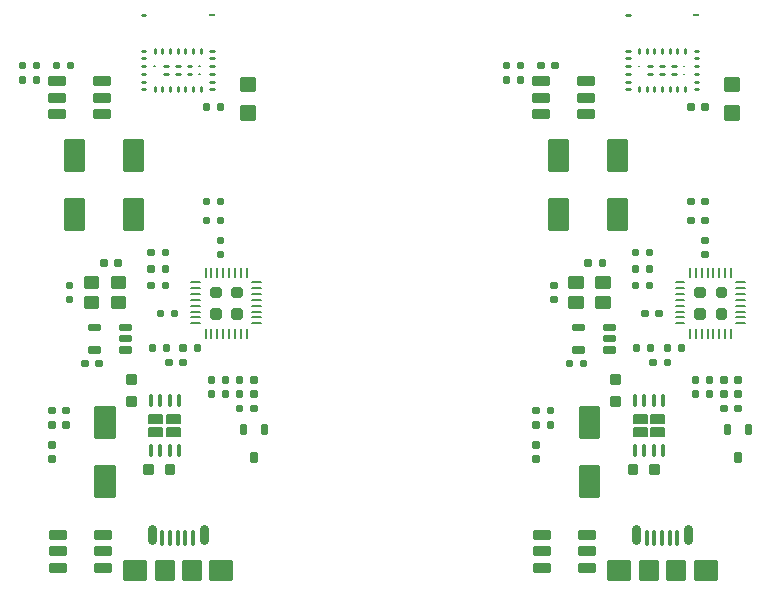
<source format=gtp>
G75*
%MOIN*%
%OFA0B0*%
%FSLAX25Y25*%
%IPPOS*%
%LPD*%
%AMOC8*
5,1,8,0,0,1.08239X$1,22.5*
%
%ADD10R,0.02165X0.00984*%
%ADD11C,0.00984*%
%ADD12C,0.00787*%
%ADD13R,0.03937X0.03937*%
%ADD14C,0.01575*%
%ADD15R,0.01181X0.01181*%
%ADD16R,0.05512X0.09449*%
%ADD17R,0.02362X0.02362*%
%ADD18R,0.04331X0.01575*%
%ADD19R,0.04331X0.01772*%
%ADD20R,0.03937X0.03150*%
%ADD21C,0.02362*%
%ADD22C,0.03150*%
%ADD23C,0.01181*%
%ADD24R,0.06693X0.05906*%
%ADD25R,0.05512X0.05906*%
%ADD26R,0.04331X0.02756*%
D10*
X0146847Y0282654D03*
X0308264Y0282654D03*
D11*
X0308855Y0270843D02*
X0307674Y0270843D01*
X0307674Y0268283D02*
X0308855Y0268283D01*
X0308855Y0265724D02*
X0307674Y0265724D01*
X0307674Y0263165D02*
X0308855Y0263165D01*
X0308855Y0260606D02*
X0307674Y0260606D01*
X0307674Y0258047D02*
X0308855Y0258047D01*
X0304524Y0257555D02*
X0304524Y0258736D01*
X0301965Y0258736D02*
X0301965Y0257555D01*
X0299406Y0257555D02*
X0299406Y0258736D01*
X0296847Y0258736D02*
X0296847Y0257555D01*
X0294288Y0257555D02*
X0294288Y0258736D01*
X0291729Y0258736D02*
X0291729Y0257555D01*
X0289170Y0257555D02*
X0289170Y0258736D01*
X0286020Y0258047D02*
X0284839Y0258047D01*
X0284839Y0260606D02*
X0286020Y0260606D01*
X0286020Y0263165D02*
X0284839Y0263165D01*
X0284839Y0265724D02*
X0286020Y0265724D01*
X0286020Y0268283D02*
X0284839Y0268283D01*
X0284839Y0270843D02*
X0286020Y0270843D01*
X0289170Y0271335D02*
X0289170Y0270154D01*
X0291729Y0270154D02*
X0291729Y0271335D01*
X0294288Y0271335D02*
X0294288Y0270154D01*
X0296847Y0270154D02*
X0296847Y0271335D01*
X0299406Y0271335D02*
X0299406Y0270154D01*
X0301965Y0270154D02*
X0301965Y0271335D01*
X0304524Y0271335D02*
X0304524Y0270154D01*
X0301375Y0265724D02*
X0300194Y0265724D01*
X0300194Y0263165D02*
X0301375Y0263165D01*
X0297438Y0263165D02*
X0296257Y0263165D01*
X0296257Y0265724D02*
X0297438Y0265724D01*
X0293501Y0265724D02*
X0292320Y0265724D01*
X0292320Y0263165D02*
X0293501Y0263165D01*
X0286020Y0282654D02*
X0284839Y0282654D01*
X0147438Y0270843D02*
X0146257Y0270843D01*
X0146257Y0268283D02*
X0147438Y0268283D01*
X0147438Y0265724D02*
X0146257Y0265724D01*
X0146257Y0263165D02*
X0147438Y0263165D01*
X0147438Y0260606D02*
X0146257Y0260606D01*
X0146257Y0258047D02*
X0147438Y0258047D01*
X0143107Y0257555D02*
X0143107Y0258736D01*
X0140548Y0258736D02*
X0140548Y0257555D01*
X0137989Y0257555D02*
X0137989Y0258736D01*
X0135430Y0258736D02*
X0135430Y0257555D01*
X0132871Y0257555D02*
X0132871Y0258736D01*
X0130312Y0258736D02*
X0130312Y0257555D01*
X0127753Y0257555D02*
X0127753Y0258736D01*
X0124603Y0258047D02*
X0123422Y0258047D01*
X0123422Y0260606D02*
X0124603Y0260606D01*
X0124603Y0263165D02*
X0123422Y0263165D01*
X0123422Y0265724D02*
X0124603Y0265724D01*
X0124603Y0268283D02*
X0123422Y0268283D01*
X0123422Y0270843D02*
X0124603Y0270843D01*
X0127753Y0271335D02*
X0127753Y0270154D01*
X0130312Y0270154D02*
X0130312Y0271335D01*
X0132871Y0271335D02*
X0132871Y0270154D01*
X0135430Y0270154D02*
X0135430Y0271335D01*
X0137989Y0271335D02*
X0137989Y0270154D01*
X0140548Y0270154D02*
X0140548Y0271335D01*
X0143107Y0271335D02*
X0143107Y0270154D01*
X0139957Y0265724D02*
X0138776Y0265724D01*
X0138776Y0263165D02*
X0139957Y0263165D01*
X0136020Y0263165D02*
X0134839Y0263165D01*
X0134839Y0265724D02*
X0136020Y0265724D01*
X0132083Y0265724D02*
X0130902Y0265724D01*
X0130902Y0263165D02*
X0132083Y0263165D01*
X0124603Y0282654D02*
X0123422Y0282654D01*
D12*
X0127654Y0265823D02*
X0127654Y0265626D01*
X0127851Y0265626D01*
X0127851Y0265823D01*
X0127654Y0265823D01*
X0142615Y0265823D02*
X0142615Y0265626D01*
X0142812Y0265626D01*
X0142812Y0265823D01*
X0142615Y0265823D01*
X0142615Y0263264D02*
X0142615Y0263067D01*
X0142812Y0263067D01*
X0142812Y0263264D01*
X0142615Y0263264D01*
X0144682Y0198500D02*
X0144682Y0195547D01*
X0146650Y0195547D02*
X0146650Y0198500D01*
X0148619Y0198500D02*
X0148619Y0195547D01*
X0150587Y0195547D02*
X0150587Y0198500D01*
X0152556Y0198500D02*
X0152556Y0195547D01*
X0154524Y0195547D02*
X0154524Y0198500D01*
X0156493Y0198500D02*
X0156493Y0195547D01*
X0158461Y0195547D02*
X0158461Y0198500D01*
X0160233Y0193776D02*
X0163186Y0193776D01*
X0163186Y0191807D02*
X0160233Y0191807D01*
X0160233Y0189839D02*
X0163186Y0189839D01*
X0163186Y0187870D02*
X0160233Y0187870D01*
X0160233Y0185902D02*
X0163186Y0185902D01*
X0163186Y0183933D02*
X0160233Y0183933D01*
X0160233Y0181965D02*
X0163186Y0181965D01*
X0163186Y0179996D02*
X0160233Y0179996D01*
X0158461Y0178224D02*
X0158461Y0175272D01*
X0156493Y0175272D02*
X0156493Y0178224D01*
X0154524Y0178224D02*
X0154524Y0175272D01*
X0152556Y0175272D02*
X0152556Y0178224D01*
X0150587Y0178224D02*
X0150587Y0175272D01*
X0148619Y0175272D02*
X0148619Y0178224D01*
X0146650Y0178224D02*
X0146650Y0175272D01*
X0144682Y0175272D02*
X0144682Y0178224D01*
X0142910Y0179996D02*
X0139957Y0179996D01*
X0139957Y0181965D02*
X0142910Y0181965D01*
X0142910Y0183933D02*
X0139957Y0183933D01*
X0139957Y0185902D02*
X0142910Y0185902D01*
X0142910Y0187870D02*
X0139957Y0187870D01*
X0139957Y0189839D02*
X0142910Y0189839D01*
X0142910Y0191807D02*
X0139957Y0191807D01*
X0139957Y0193776D02*
X0142910Y0193776D01*
X0136217Y0149484D02*
X0131886Y0149484D01*
X0131886Y0146728D01*
X0136217Y0146728D01*
X0136217Y0149484D01*
X0136217Y0145154D02*
X0131886Y0145154D01*
X0131886Y0142398D01*
X0136217Y0142398D01*
X0136217Y0145154D01*
X0130312Y0145154D02*
X0130312Y0142398D01*
X0125981Y0142398D01*
X0125981Y0145154D01*
X0130312Y0145154D01*
X0130312Y0146728D02*
X0125981Y0146728D01*
X0125981Y0149484D01*
X0130312Y0149484D01*
X0130312Y0146728D01*
X0287398Y0146728D02*
X0287398Y0149484D01*
X0291729Y0149484D01*
X0291729Y0146728D01*
X0287398Y0146728D01*
X0287398Y0145154D02*
X0287398Y0142398D01*
X0291729Y0142398D01*
X0291729Y0145154D01*
X0287398Y0145154D01*
X0293304Y0145154D02*
X0293304Y0142398D01*
X0297635Y0142398D01*
X0297635Y0145154D01*
X0293304Y0145154D01*
X0293304Y0146728D02*
X0293304Y0149484D01*
X0297635Y0149484D01*
X0297635Y0146728D01*
X0293304Y0146728D01*
X0306099Y0175272D02*
X0306099Y0178224D01*
X0308068Y0178224D02*
X0308068Y0175272D01*
X0310036Y0175272D02*
X0310036Y0178224D01*
X0312005Y0178224D02*
X0312005Y0175272D01*
X0313973Y0175272D02*
X0313973Y0178224D01*
X0315942Y0178224D02*
X0315942Y0175272D01*
X0317910Y0175272D02*
X0317910Y0178224D01*
X0319879Y0178224D02*
X0319879Y0175272D01*
X0321650Y0179996D02*
X0324603Y0179996D01*
X0324603Y0181965D02*
X0321650Y0181965D01*
X0321650Y0183933D02*
X0324603Y0183933D01*
X0324603Y0185902D02*
X0321650Y0185902D01*
X0321650Y0187870D02*
X0324603Y0187870D01*
X0324603Y0189839D02*
X0321650Y0189839D01*
X0321650Y0191807D02*
X0324603Y0191807D01*
X0324603Y0193776D02*
X0321650Y0193776D01*
X0319879Y0195547D02*
X0319879Y0198500D01*
X0317910Y0198500D02*
X0317910Y0195547D01*
X0315942Y0195547D02*
X0315942Y0198500D01*
X0313973Y0198500D02*
X0313973Y0195547D01*
X0312005Y0195547D02*
X0312005Y0198500D01*
X0310036Y0198500D02*
X0310036Y0195547D01*
X0308068Y0195547D02*
X0308068Y0198500D01*
X0306099Y0198500D02*
X0306099Y0195547D01*
X0304327Y0193776D02*
X0301375Y0193776D01*
X0301375Y0191807D02*
X0304327Y0191807D01*
X0304327Y0189839D02*
X0301375Y0189839D01*
X0301375Y0187870D02*
X0304327Y0187870D01*
X0304327Y0185902D02*
X0301375Y0185902D01*
X0301375Y0183933D02*
X0304327Y0183933D01*
X0304327Y0181965D02*
X0301375Y0181965D01*
X0301375Y0179996D02*
X0304327Y0179996D01*
X0304229Y0263067D02*
X0304032Y0263067D01*
X0304032Y0263264D01*
X0304229Y0263264D01*
X0304229Y0263067D01*
X0304229Y0265626D02*
X0304032Y0265626D01*
X0304032Y0265823D01*
X0304229Y0265823D01*
X0304229Y0265626D01*
X0289268Y0265626D02*
X0289072Y0265626D01*
X0289072Y0265823D01*
X0289268Y0265823D01*
X0289268Y0265626D01*
D13*
X0320075Y0259720D03*
X0320075Y0250272D03*
X0158658Y0250272D03*
X0158658Y0259720D03*
D14*
X0117910Y0100469D02*
X0117910Y0094957D01*
X0124209Y0094957D01*
X0124209Y0100469D01*
X0117910Y0100469D01*
X0112398Y0099484D02*
X0112398Y0097909D01*
X0108068Y0097909D01*
X0108068Y0099484D01*
X0112398Y0099484D01*
X0112398Y0103421D02*
X0108068Y0103421D01*
X0108068Y0104996D01*
X0112398Y0104996D01*
X0112398Y0103421D01*
X0112398Y0108933D02*
X0108068Y0108933D01*
X0108068Y0110508D01*
X0112398Y0110508D01*
X0112398Y0108933D01*
X0097438Y0108933D02*
X0093107Y0108933D01*
X0093107Y0110508D01*
X0097438Y0110508D01*
X0097438Y0108933D01*
X0097438Y0104996D02*
X0093107Y0104996D01*
X0093107Y0103421D01*
X0097438Y0103421D01*
X0097438Y0104996D01*
X0097438Y0099484D02*
X0093107Y0099484D01*
X0093107Y0097909D01*
X0097438Y0097909D01*
X0097438Y0099484D01*
X0108264Y0122713D02*
X0113776Y0122713D01*
X0113776Y0132161D01*
X0108264Y0132161D01*
X0108264Y0122713D01*
X0093698Y0134524D02*
X0092910Y0134524D01*
X0092910Y0135311D01*
X0093698Y0135311D01*
X0093698Y0134524D01*
X0093698Y0139248D02*
X0092910Y0139248D01*
X0092910Y0140035D01*
X0093698Y0140035D01*
X0093698Y0139248D01*
X0093698Y0145941D02*
X0092910Y0145941D01*
X0092910Y0146728D01*
X0093698Y0146728D01*
X0093698Y0145941D01*
X0097635Y0145941D02*
X0097635Y0146728D01*
X0098422Y0146728D01*
X0098422Y0145941D01*
X0097635Y0145941D01*
X0097635Y0150665D02*
X0097635Y0151453D01*
X0098422Y0151453D01*
X0098422Y0150665D01*
X0097635Y0150665D01*
X0093698Y0150665D02*
X0092910Y0150665D01*
X0092910Y0151453D01*
X0093698Y0151453D01*
X0093698Y0150665D01*
X0108264Y0151846D02*
X0108264Y0142398D01*
X0113776Y0142398D01*
X0113776Y0151846D01*
X0108264Y0151846D01*
X0118698Y0153224D02*
X0120666Y0153224D01*
X0120666Y0155193D01*
X0118698Y0155193D01*
X0118698Y0153224D01*
X0118698Y0160311D02*
X0120666Y0160311D01*
X0120666Y0162280D01*
X0118698Y0162280D01*
X0118698Y0160311D01*
X0109446Y0166413D02*
X0109446Y0167201D01*
X0108658Y0167201D01*
X0108658Y0166413D01*
X0109446Y0166413D01*
X0108855Y0170941D02*
X0108855Y0171728D01*
X0106099Y0171728D01*
X0106099Y0170941D01*
X0108855Y0170941D01*
X0104721Y0167201D02*
X0104721Y0166413D01*
X0103934Y0166413D01*
X0103934Y0167201D01*
X0104721Y0167201D01*
X0106099Y0178421D02*
X0106099Y0179209D01*
X0108855Y0179209D01*
X0108855Y0178421D01*
X0106099Y0178421D01*
X0104721Y0185705D02*
X0104721Y0188461D01*
X0108264Y0188461D01*
X0108264Y0185705D01*
X0104721Y0185705D01*
X0099603Y0187673D02*
X0098816Y0187673D01*
X0098816Y0188461D01*
X0099603Y0188461D01*
X0099603Y0187673D01*
X0099603Y0192398D02*
X0098816Y0192398D01*
X0098816Y0193185D01*
X0099603Y0193185D01*
X0099603Y0192398D01*
X0104721Y0192398D02*
X0104721Y0195154D01*
X0108264Y0195154D01*
X0108264Y0192398D01*
X0104721Y0192398D01*
X0113776Y0192398D02*
X0113776Y0195154D01*
X0117320Y0195154D01*
X0117320Y0192398D01*
X0113776Y0192398D01*
X0113776Y0188461D02*
X0117320Y0188461D01*
X0117320Y0185705D01*
X0113776Y0185705D01*
X0113776Y0188461D01*
X0116335Y0179209D02*
X0116335Y0178421D01*
X0119091Y0178421D01*
X0119091Y0179209D01*
X0116335Y0179209D01*
X0116335Y0175469D02*
X0116335Y0174681D01*
X0119091Y0174681D01*
X0119091Y0175469D01*
X0116335Y0175469D01*
X0116335Y0171728D02*
X0116335Y0170941D01*
X0119091Y0170941D01*
X0119091Y0171728D01*
X0116335Y0171728D01*
X0126375Y0171531D02*
X0126375Y0172319D01*
X0127162Y0172319D01*
X0127162Y0171531D01*
X0126375Y0171531D01*
X0131099Y0171531D02*
X0131099Y0172319D01*
X0131886Y0172319D01*
X0131886Y0171531D01*
X0131099Y0171531D01*
X0136611Y0171531D02*
X0136611Y0172319D01*
X0137398Y0172319D01*
X0137398Y0171531D01*
X0136611Y0171531D01*
X0136611Y0167594D02*
X0137398Y0167594D01*
X0137398Y0166807D01*
X0136611Y0166807D01*
X0136611Y0167594D01*
X0132674Y0167594D02*
X0132674Y0166807D01*
X0131886Y0166807D01*
X0131886Y0167594D01*
X0132674Y0167594D01*
X0141335Y0171531D02*
X0141335Y0172319D01*
X0142123Y0172319D01*
X0142123Y0171531D01*
X0141335Y0171531D01*
X0146060Y0161689D02*
X0146847Y0161689D01*
X0146847Y0160902D01*
X0146060Y0160902D01*
X0146060Y0161689D01*
X0150784Y0161689D02*
X0151572Y0161689D01*
X0151572Y0160902D01*
X0150784Y0160902D01*
X0150784Y0161689D01*
X0155509Y0161689D02*
X0156296Y0161689D01*
X0156296Y0160902D01*
X0155509Y0160902D01*
X0155509Y0161689D01*
X0160233Y0161689D02*
X0161020Y0161689D01*
X0161020Y0160902D01*
X0160233Y0160902D01*
X0160233Y0161689D01*
X0160233Y0156965D02*
X0161020Y0156965D01*
X0161020Y0156177D01*
X0160233Y0156177D01*
X0160233Y0156965D01*
X0156296Y0156965D02*
X0156296Y0156177D01*
X0155509Y0156177D01*
X0155509Y0156965D01*
X0156296Y0156965D01*
X0151572Y0156965D02*
X0151572Y0156177D01*
X0150784Y0156177D01*
X0150784Y0156965D01*
X0151572Y0156965D01*
X0146847Y0156965D02*
X0146060Y0156965D01*
X0146060Y0156177D01*
X0146847Y0156177D01*
X0146847Y0156965D01*
X0155509Y0152240D02*
X0156296Y0152240D01*
X0156296Y0151453D01*
X0155509Y0151453D01*
X0155509Y0152240D01*
X0160233Y0152240D02*
X0161020Y0152240D01*
X0161020Y0151453D01*
X0160233Y0151453D01*
X0160233Y0152240D01*
X0157477Y0145744D02*
X0157477Y0143776D01*
X0156690Y0143776D01*
X0156690Y0145744D01*
X0157477Y0145744D01*
X0163776Y0145744D02*
X0164564Y0145744D01*
X0164564Y0143776D01*
X0163776Y0143776D01*
X0163776Y0145744D01*
X0161020Y0136295D02*
X0161020Y0134327D01*
X0160233Y0134327D01*
X0160233Y0136295D01*
X0161020Y0136295D01*
X0133658Y0132358D02*
X0133658Y0130390D01*
X0131690Y0130390D01*
X0131690Y0132358D01*
X0133658Y0132358D01*
X0126572Y0132358D02*
X0126572Y0130390D01*
X0124603Y0130390D01*
X0124603Y0132358D01*
X0126572Y0132358D01*
X0128343Y0100469D02*
X0128343Y0094957D01*
X0133461Y0094957D01*
X0133461Y0100469D01*
X0128343Y0100469D01*
X0137398Y0100469D02*
X0137398Y0094957D01*
X0142516Y0094957D01*
X0142516Y0100469D01*
X0137398Y0100469D01*
X0146650Y0100469D02*
X0146650Y0094957D01*
X0152949Y0094957D01*
X0152949Y0100469D01*
X0146650Y0100469D01*
X0134642Y0182949D02*
X0134642Y0183736D01*
X0133855Y0183736D01*
X0133855Y0182949D01*
X0134642Y0182949D01*
X0129918Y0182949D02*
X0129918Y0183736D01*
X0129131Y0183736D01*
X0129131Y0182949D01*
X0129918Y0182949D01*
X0130705Y0192398D02*
X0130705Y0193185D01*
X0131493Y0193185D01*
X0131493Y0192398D01*
X0130705Y0192398D01*
X0126768Y0192398D02*
X0126768Y0193185D01*
X0125981Y0193185D01*
X0125981Y0192398D01*
X0126768Y0192398D01*
X0126768Y0197909D02*
X0126768Y0198697D01*
X0125981Y0198697D01*
X0125981Y0197909D01*
X0126768Y0197909D01*
X0130705Y0197909D02*
X0130705Y0198697D01*
X0131493Y0198697D01*
X0131493Y0197909D01*
X0130705Y0197909D01*
X0130705Y0203421D02*
X0130705Y0204209D01*
X0131493Y0204209D01*
X0131493Y0203421D01*
X0130705Y0203421D01*
X0126768Y0203421D02*
X0126768Y0204209D01*
X0125981Y0204209D01*
X0125981Y0203421D01*
X0126768Y0203421D01*
X0115745Y0200665D02*
X0115745Y0199878D01*
X0114957Y0199878D01*
X0114957Y0200665D01*
X0115745Y0200665D01*
X0111020Y0200665D02*
X0111020Y0199878D01*
X0110233Y0199878D01*
X0110233Y0200665D01*
X0111020Y0200665D01*
X0117713Y0211689D02*
X0117713Y0221138D01*
X0123225Y0221138D01*
X0123225Y0211689D01*
X0117713Y0211689D01*
X0103540Y0211689D02*
X0098028Y0211689D01*
X0098028Y0221138D01*
X0103540Y0221138D01*
X0103540Y0211689D01*
X0103540Y0231374D02*
X0098028Y0231374D01*
X0098028Y0240823D01*
X0103540Y0240823D01*
X0103540Y0231374D01*
X0117713Y0231374D02*
X0117713Y0240823D01*
X0123225Y0240823D01*
X0123225Y0231374D01*
X0117713Y0231374D01*
X0112005Y0249091D02*
X0107674Y0249091D01*
X0107674Y0250665D01*
X0112005Y0250665D01*
X0112005Y0249091D01*
X0112005Y0254602D02*
X0107674Y0254602D01*
X0107674Y0256177D01*
X0112005Y0256177D01*
X0112005Y0254602D01*
X0112005Y0260114D02*
X0107674Y0260114D01*
X0107674Y0261689D01*
X0112005Y0261689D01*
X0112005Y0260114D01*
X0099997Y0265626D02*
X0099997Y0266413D01*
X0099209Y0266413D01*
X0099209Y0265626D01*
X0099997Y0265626D01*
X0095272Y0265626D02*
X0095272Y0266413D01*
X0094485Y0266413D01*
X0094485Y0265626D01*
X0095272Y0265626D01*
X0097044Y0261689D02*
X0097044Y0260114D01*
X0092713Y0260114D01*
X0092713Y0261689D01*
X0097044Y0261689D01*
X0088579Y0261689D02*
X0088579Y0260902D01*
X0087792Y0260902D01*
X0087792Y0261689D01*
X0088579Y0261689D01*
X0088579Y0265626D02*
X0087792Y0265626D01*
X0087792Y0266413D01*
X0088579Y0266413D01*
X0088579Y0265626D01*
X0083855Y0265626D02*
X0083855Y0266413D01*
X0083068Y0266413D01*
X0083068Y0265626D01*
X0083855Y0265626D01*
X0083855Y0261689D02*
X0083855Y0260902D01*
X0083068Y0260902D01*
X0083068Y0261689D01*
X0083855Y0261689D01*
X0092713Y0256177D02*
X0092713Y0254602D01*
X0097044Y0254602D01*
X0097044Y0256177D01*
X0092713Y0256177D01*
X0092713Y0250665D02*
X0092713Y0249091D01*
X0097044Y0249091D01*
X0097044Y0250665D01*
X0092713Y0250665D01*
X0144485Y0251846D02*
X0144485Y0252634D01*
X0145272Y0252634D01*
X0145272Y0251846D01*
X0144485Y0251846D01*
X0149209Y0251846D02*
X0149209Y0252634D01*
X0149997Y0252634D01*
X0149997Y0251846D01*
X0149209Y0251846D01*
X0156886Y0252043D02*
X0156886Y0248500D01*
X0160430Y0248500D01*
X0160430Y0252043D01*
X0156886Y0252043D01*
X0156886Y0257949D02*
X0160430Y0257949D01*
X0160430Y0261492D01*
X0156886Y0261492D01*
X0156886Y0257949D01*
X0149997Y0221138D02*
X0149997Y0220350D01*
X0149209Y0220350D01*
X0149209Y0221138D01*
X0149997Y0221138D01*
X0145272Y0221138D02*
X0145272Y0220350D01*
X0144485Y0220350D01*
X0144485Y0221138D01*
X0145272Y0221138D01*
X0145272Y0214839D02*
X0145272Y0214051D01*
X0144485Y0214051D01*
X0144485Y0214839D01*
X0145272Y0214839D01*
X0149209Y0214839D02*
X0149209Y0214051D01*
X0149997Y0214051D01*
X0149997Y0214839D01*
X0149209Y0214839D01*
X0149209Y0208146D02*
X0149997Y0208146D01*
X0149997Y0207358D01*
X0149209Y0207358D01*
X0149209Y0208146D01*
X0149209Y0203421D02*
X0149997Y0203421D01*
X0149997Y0202634D01*
X0149209Y0202634D01*
X0149209Y0203421D01*
X0244485Y0260902D02*
X0244485Y0261689D01*
X0245272Y0261689D01*
X0245272Y0260902D01*
X0244485Y0260902D01*
X0244485Y0265626D02*
X0244485Y0266413D01*
X0245272Y0266413D01*
X0245272Y0265626D01*
X0244485Y0265626D01*
X0249209Y0265626D02*
X0249209Y0266413D01*
X0249997Y0266413D01*
X0249997Y0265626D01*
X0249209Y0265626D01*
X0249209Y0261689D02*
X0249997Y0261689D01*
X0249997Y0260902D01*
X0249209Y0260902D01*
X0249209Y0261689D01*
X0254131Y0261689D02*
X0254131Y0260114D01*
X0258461Y0260114D01*
X0258461Y0261689D01*
X0254131Y0261689D01*
X0255902Y0265626D02*
X0255902Y0266413D01*
X0256690Y0266413D01*
X0256690Y0265626D01*
X0255902Y0265626D01*
X0260627Y0265626D02*
X0260627Y0266413D01*
X0261414Y0266413D01*
X0261414Y0265626D01*
X0260627Y0265626D01*
X0269091Y0261689D02*
X0269091Y0260114D01*
X0273422Y0260114D01*
X0273422Y0261689D01*
X0269091Y0261689D01*
X0269091Y0256177D02*
X0269091Y0254602D01*
X0273422Y0254602D01*
X0273422Y0256177D01*
X0269091Y0256177D01*
X0269091Y0250665D02*
X0269091Y0249091D01*
X0273422Y0249091D01*
X0273422Y0250665D01*
X0269091Y0250665D01*
X0258461Y0250665D02*
X0258461Y0249091D01*
X0254131Y0249091D01*
X0254131Y0250665D01*
X0258461Y0250665D01*
X0258461Y0254602D02*
X0254131Y0254602D01*
X0254131Y0256177D01*
X0258461Y0256177D01*
X0258461Y0254602D01*
X0259446Y0240823D02*
X0264957Y0240823D01*
X0264957Y0231374D01*
X0259446Y0231374D01*
X0259446Y0240823D01*
X0279131Y0240823D02*
X0279131Y0231374D01*
X0284642Y0231374D01*
X0284642Y0240823D01*
X0279131Y0240823D01*
X0279131Y0221138D02*
X0284642Y0221138D01*
X0284642Y0211689D01*
X0279131Y0211689D01*
X0279131Y0221138D01*
X0264957Y0221138D02*
X0264957Y0211689D01*
X0259446Y0211689D01*
X0259446Y0221138D01*
X0264957Y0221138D01*
X0271650Y0200665D02*
X0272438Y0200665D01*
X0272438Y0199878D01*
X0271650Y0199878D01*
X0271650Y0200665D01*
X0276375Y0200665D02*
X0276375Y0199878D01*
X0277162Y0199878D01*
X0277162Y0200665D01*
X0276375Y0200665D01*
X0275194Y0195154D02*
X0278737Y0195154D01*
X0278737Y0192398D01*
X0275194Y0192398D01*
X0275194Y0195154D01*
X0269682Y0195154D02*
X0269682Y0192398D01*
X0266138Y0192398D01*
X0266138Y0195154D01*
X0269682Y0195154D01*
X0269682Y0188461D02*
X0266138Y0188461D01*
X0266138Y0185705D01*
X0269682Y0185705D01*
X0269682Y0188461D01*
X0275194Y0188461D02*
X0275194Y0185705D01*
X0278737Y0185705D01*
X0278737Y0188461D01*
X0275194Y0188461D01*
X0277753Y0179209D02*
X0277753Y0178421D01*
X0280509Y0178421D01*
X0280509Y0179209D01*
X0277753Y0179209D01*
X0277753Y0175469D02*
X0277753Y0174681D01*
X0280509Y0174681D01*
X0280509Y0175469D01*
X0277753Y0175469D01*
X0277753Y0171728D02*
X0277753Y0170941D01*
X0280509Y0170941D01*
X0280509Y0171728D01*
X0277753Y0171728D01*
X0270272Y0171728D02*
X0270272Y0170941D01*
X0267516Y0170941D01*
X0267516Y0171728D01*
X0270272Y0171728D01*
X0270272Y0178421D02*
X0267516Y0178421D01*
X0267516Y0179209D01*
X0270272Y0179209D01*
X0270272Y0178421D01*
X0270075Y0167201D02*
X0270863Y0167201D01*
X0270863Y0166413D01*
X0270075Y0166413D01*
X0270075Y0167201D01*
X0266138Y0167201D02*
X0266138Y0166413D01*
X0265351Y0166413D01*
X0265351Y0167201D01*
X0266138Y0167201D01*
X0280115Y0162280D02*
X0280115Y0160311D01*
X0282083Y0160311D01*
X0282083Y0162280D01*
X0280115Y0162280D01*
X0280115Y0155193D02*
X0282083Y0155193D01*
X0282083Y0153224D01*
X0280115Y0153224D01*
X0280115Y0155193D01*
X0275194Y0151846D02*
X0275194Y0142398D01*
X0269682Y0142398D01*
X0269682Y0151846D01*
X0275194Y0151846D01*
X0259839Y0151453D02*
X0259052Y0151453D01*
X0259052Y0150665D01*
X0259839Y0150665D01*
X0259839Y0151453D01*
X0255115Y0151453D02*
X0254327Y0151453D01*
X0254327Y0150665D01*
X0255115Y0150665D01*
X0255115Y0151453D01*
X0255115Y0146728D02*
X0254327Y0146728D01*
X0254327Y0145941D01*
X0255115Y0145941D01*
X0255115Y0146728D01*
X0259052Y0146728D02*
X0259052Y0145941D01*
X0259839Y0145941D01*
X0259839Y0146728D01*
X0259052Y0146728D01*
X0255115Y0140035D02*
X0254327Y0140035D01*
X0254327Y0139248D01*
X0255115Y0139248D01*
X0255115Y0140035D01*
X0255115Y0135311D02*
X0254327Y0135311D01*
X0254327Y0134524D01*
X0255115Y0134524D01*
X0255115Y0135311D01*
X0269682Y0132161D02*
X0269682Y0122713D01*
X0275194Y0122713D01*
X0275194Y0132161D01*
X0269682Y0132161D01*
X0286020Y0132358D02*
X0286020Y0130390D01*
X0287989Y0130390D01*
X0287989Y0132358D01*
X0286020Y0132358D01*
X0293107Y0132358D02*
X0293107Y0130390D01*
X0295075Y0130390D01*
X0295075Y0132358D01*
X0293107Y0132358D01*
X0316926Y0151453D02*
X0316926Y0152240D01*
X0317713Y0152240D01*
X0317713Y0151453D01*
X0316926Y0151453D01*
X0316926Y0156177D02*
X0317713Y0156177D01*
X0317713Y0156965D01*
X0316926Y0156965D01*
X0316926Y0156177D01*
X0312989Y0156177D02*
X0312201Y0156177D01*
X0312201Y0156965D01*
X0312989Y0156965D01*
X0312989Y0156177D01*
X0308264Y0156177D02*
X0307477Y0156177D01*
X0307477Y0156965D01*
X0308264Y0156965D01*
X0308264Y0156177D01*
X0308264Y0160902D02*
X0307477Y0160902D01*
X0307477Y0161689D01*
X0308264Y0161689D01*
X0308264Y0160902D01*
X0312201Y0160902D02*
X0312989Y0160902D01*
X0312989Y0161689D01*
X0312201Y0161689D01*
X0312201Y0160902D01*
X0316926Y0160902D02*
X0317713Y0160902D01*
X0317713Y0161689D01*
X0316926Y0161689D01*
X0316926Y0160902D01*
X0321650Y0160902D02*
X0322438Y0160902D01*
X0322438Y0161689D01*
X0321650Y0161689D01*
X0321650Y0160902D01*
X0321650Y0156965D02*
X0322438Y0156965D01*
X0322438Y0156177D01*
X0321650Y0156177D01*
X0321650Y0156965D01*
X0321650Y0152240D02*
X0322438Y0152240D01*
X0322438Y0151453D01*
X0321650Y0151453D01*
X0321650Y0152240D01*
X0318894Y0145744D02*
X0318894Y0143776D01*
X0318107Y0143776D01*
X0318107Y0145744D01*
X0318894Y0145744D01*
X0325194Y0145744D02*
X0325981Y0145744D01*
X0325981Y0143776D01*
X0325194Y0143776D01*
X0325194Y0145744D01*
X0322438Y0136295D02*
X0321650Y0136295D01*
X0321650Y0134327D01*
X0322438Y0134327D01*
X0322438Y0136295D01*
X0298816Y0166807D02*
X0298816Y0167594D01*
X0298028Y0167594D01*
X0298028Y0166807D01*
X0298816Y0166807D01*
X0294091Y0166807D02*
X0294091Y0167594D01*
X0293304Y0167594D01*
X0293304Y0166807D01*
X0294091Y0166807D01*
X0293304Y0171531D02*
X0293304Y0172319D01*
X0292516Y0172319D01*
X0292516Y0171531D01*
X0293304Y0171531D01*
X0298028Y0171531D02*
X0298028Y0172319D01*
X0298816Y0172319D01*
X0298816Y0171531D01*
X0298028Y0171531D01*
X0302753Y0171531D02*
X0302753Y0172319D01*
X0303540Y0172319D01*
X0303540Y0171531D01*
X0302753Y0171531D01*
X0296060Y0182949D02*
X0295272Y0182949D01*
X0295272Y0183736D01*
X0296060Y0183736D01*
X0296060Y0182949D01*
X0291335Y0182949D02*
X0291335Y0183736D01*
X0290548Y0183736D01*
X0290548Y0182949D01*
X0291335Y0182949D01*
X0292123Y0192398D02*
X0292123Y0193185D01*
X0292910Y0193185D01*
X0292910Y0192398D01*
X0292123Y0192398D01*
X0288186Y0192398D02*
X0288186Y0193185D01*
X0287398Y0193185D01*
X0287398Y0192398D01*
X0288186Y0192398D01*
X0288186Y0197909D02*
X0288186Y0198697D01*
X0287398Y0198697D01*
X0287398Y0197909D01*
X0288186Y0197909D01*
X0292123Y0197909D02*
X0292123Y0198697D01*
X0292910Y0198697D01*
X0292910Y0197909D01*
X0292123Y0197909D01*
X0292123Y0203421D02*
X0292123Y0204209D01*
X0292910Y0204209D01*
X0292910Y0203421D01*
X0292123Y0203421D01*
X0288186Y0203421D02*
X0288186Y0204209D01*
X0287398Y0204209D01*
X0287398Y0203421D01*
X0288186Y0203421D01*
X0305902Y0214051D02*
X0305902Y0214839D01*
X0306690Y0214839D01*
X0306690Y0214051D01*
X0305902Y0214051D01*
X0310627Y0214051D02*
X0310627Y0214839D01*
X0311414Y0214839D01*
X0311414Y0214051D01*
X0310627Y0214051D01*
X0310627Y0208146D02*
X0311414Y0208146D01*
X0311414Y0207358D01*
X0310627Y0207358D01*
X0310627Y0208146D01*
X0310627Y0203421D02*
X0311414Y0203421D01*
X0311414Y0202634D01*
X0310627Y0202634D01*
X0310627Y0203421D01*
X0310627Y0220350D02*
X0310627Y0221138D01*
X0311414Y0221138D01*
X0311414Y0220350D01*
X0310627Y0220350D01*
X0306690Y0220350D02*
X0306690Y0221138D01*
X0305902Y0221138D01*
X0305902Y0220350D01*
X0306690Y0220350D01*
X0318304Y0248500D02*
X0321847Y0248500D01*
X0321847Y0252043D01*
X0318304Y0252043D01*
X0318304Y0248500D01*
X0311414Y0251846D02*
X0310627Y0251846D01*
X0310627Y0252634D01*
X0311414Y0252634D01*
X0311414Y0251846D01*
X0306690Y0251846D02*
X0305902Y0251846D01*
X0305902Y0252634D01*
X0306690Y0252634D01*
X0306690Y0251846D01*
X0318304Y0257949D02*
X0318304Y0261492D01*
X0321847Y0261492D01*
X0321847Y0257949D01*
X0318304Y0257949D01*
X0261020Y0193185D02*
X0260233Y0193185D01*
X0260233Y0192398D01*
X0261020Y0192398D01*
X0261020Y0193185D01*
X0261020Y0188461D02*
X0260233Y0188461D01*
X0260233Y0187673D01*
X0261020Y0187673D01*
X0261020Y0188461D01*
X0287792Y0172319D02*
X0288579Y0172319D01*
X0288579Y0171531D01*
X0287792Y0171531D01*
X0287792Y0172319D01*
X0273816Y0110508D02*
X0269485Y0110508D01*
X0269485Y0108933D01*
X0273816Y0108933D01*
X0273816Y0110508D01*
X0273816Y0104996D02*
X0269485Y0104996D01*
X0269485Y0103421D01*
X0273816Y0103421D01*
X0273816Y0104996D01*
X0279327Y0100469D02*
X0279327Y0094957D01*
X0285627Y0094957D01*
X0285627Y0100469D01*
X0279327Y0100469D01*
X0273816Y0099484D02*
X0273816Y0097909D01*
X0269485Y0097909D01*
X0269485Y0099484D01*
X0273816Y0099484D01*
X0289760Y0100469D02*
X0289760Y0094957D01*
X0294879Y0094957D01*
X0294879Y0100469D01*
X0289760Y0100469D01*
X0298816Y0100469D02*
X0298816Y0094957D01*
X0303934Y0094957D01*
X0303934Y0100469D01*
X0298816Y0100469D01*
X0308068Y0100469D02*
X0308068Y0094957D01*
X0314367Y0094957D01*
X0314367Y0100469D01*
X0308068Y0100469D01*
X0258855Y0099484D02*
X0258855Y0097909D01*
X0254524Y0097909D01*
X0254524Y0099484D01*
X0258855Y0099484D01*
X0258855Y0103421D02*
X0254524Y0103421D01*
X0254524Y0104996D01*
X0258855Y0104996D01*
X0258855Y0103421D01*
X0258855Y0108933D02*
X0254524Y0108933D01*
X0254524Y0110508D01*
X0258855Y0110508D01*
X0258855Y0108933D01*
D15*
X0254721Y0134917D03*
X0254721Y0139642D03*
X0254721Y0146335D03*
X0259446Y0146335D03*
X0259446Y0151059D03*
X0254721Y0151059D03*
X0265745Y0166807D03*
X0270469Y0166807D03*
X0288186Y0171925D03*
X0292910Y0171925D03*
X0298422Y0171925D03*
X0303146Y0171925D03*
X0298422Y0167201D03*
X0293698Y0167201D03*
X0307871Y0161295D03*
X0312595Y0161295D03*
X0317320Y0161295D03*
X0322044Y0161295D03*
X0322044Y0156571D03*
X0317320Y0156571D03*
X0317320Y0151846D03*
X0322044Y0151846D03*
X0312595Y0156571D03*
X0307871Y0156571D03*
X0295666Y0183343D03*
X0290942Y0183343D03*
X0292516Y0192791D03*
X0287792Y0192791D03*
X0287792Y0198303D03*
X0292516Y0198303D03*
X0292516Y0203815D03*
X0287792Y0203815D03*
X0276768Y0200272D03*
X0272044Y0200272D03*
X0260627Y0192791D03*
X0260627Y0188067D03*
X0306296Y0214445D03*
X0311020Y0214445D03*
X0311020Y0220744D03*
X0306296Y0220744D03*
X0311020Y0207752D03*
X0311020Y0203028D03*
X0311020Y0252240D03*
X0306296Y0252240D03*
X0261020Y0266020D03*
X0256296Y0266020D03*
X0249603Y0266020D03*
X0244879Y0266020D03*
X0244879Y0261295D03*
X0249603Y0261295D03*
X0149603Y0252240D03*
X0144879Y0252240D03*
X0144879Y0220744D03*
X0149603Y0220744D03*
X0149603Y0214445D03*
X0144879Y0214445D03*
X0149603Y0207752D03*
X0149603Y0203028D03*
X0131099Y0203815D03*
X0126375Y0203815D03*
X0126375Y0198303D03*
X0131099Y0198303D03*
X0131099Y0192791D03*
X0126375Y0192791D03*
X0129524Y0183343D03*
X0134249Y0183343D03*
X0137005Y0171925D03*
X0141729Y0171925D03*
X0137005Y0167201D03*
X0132280Y0167201D03*
X0131493Y0171925D03*
X0126768Y0171925D03*
X0109052Y0166807D03*
X0104327Y0166807D03*
X0098028Y0151059D03*
X0093304Y0151059D03*
X0093304Y0146335D03*
X0098028Y0146335D03*
X0093304Y0139642D03*
X0093304Y0134917D03*
X0146453Y0156571D03*
X0151178Y0156571D03*
X0155902Y0156571D03*
X0155902Y0151846D03*
X0160627Y0151846D03*
X0160627Y0156571D03*
X0160627Y0161295D03*
X0155902Y0161295D03*
X0151178Y0161295D03*
X0146453Y0161295D03*
X0115351Y0200272D03*
X0110627Y0200272D03*
X0099209Y0192791D03*
X0099209Y0188067D03*
X0088186Y0261295D03*
X0088186Y0266020D03*
X0083461Y0266020D03*
X0083461Y0261295D03*
X0094879Y0266020D03*
X0099603Y0266020D03*
D16*
X0100784Y0236098D03*
X0120469Y0236098D03*
X0120469Y0216413D03*
X0100784Y0216413D03*
X0111020Y0147122D03*
X0111020Y0127437D03*
X0262201Y0216413D03*
X0281886Y0216413D03*
X0281886Y0236098D03*
X0262201Y0236098D03*
X0272438Y0147122D03*
X0272438Y0127437D03*
D17*
X0287005Y0131374D03*
X0294091Y0131374D03*
X0281099Y0154209D03*
X0281099Y0161295D03*
X0132674Y0131374D03*
X0125587Y0131374D03*
X0119682Y0154209D03*
X0119682Y0161295D03*
D18*
X0110233Y0109720D03*
X0110233Y0104209D03*
X0095272Y0104209D03*
X0095272Y0109720D03*
X0256690Y0109720D03*
X0256690Y0104209D03*
X0271650Y0104209D03*
X0271650Y0109720D03*
X0271257Y0255390D03*
X0271257Y0260902D03*
X0256296Y0260902D03*
X0256296Y0255390D03*
X0109839Y0255390D03*
X0109839Y0260902D03*
X0094879Y0260902D03*
X0094879Y0255390D03*
D19*
X0094879Y0249780D03*
X0109839Y0249780D03*
X0256296Y0249780D03*
X0271257Y0249780D03*
X0271650Y0098598D03*
X0256690Y0098598D03*
X0110233Y0098598D03*
X0095272Y0098598D03*
D20*
X0106493Y0187083D03*
X0106493Y0193776D03*
X0115548Y0193776D03*
X0115548Y0187083D03*
X0267910Y0187083D03*
X0267910Y0193776D03*
X0276965Y0193776D03*
X0276965Y0187083D03*
D21*
X0308658Y0189642D02*
X0308658Y0191217D01*
X0310233Y0191217D01*
X0310233Y0189642D01*
X0308658Y0189642D01*
X0308658Y0184130D02*
X0308658Y0182555D01*
X0310233Y0182555D01*
X0310233Y0184130D01*
X0308658Y0184130D01*
X0315745Y0184130D02*
X0315745Y0182555D01*
X0317320Y0182555D01*
X0317320Y0184130D01*
X0315745Y0184130D01*
X0315745Y0189642D02*
X0315745Y0191217D01*
X0317320Y0191217D01*
X0317320Y0189642D01*
X0315745Y0189642D01*
X0155902Y0189642D02*
X0154327Y0189642D01*
X0154327Y0191217D01*
X0155902Y0191217D01*
X0155902Y0189642D01*
X0155902Y0184130D02*
X0154327Y0184130D01*
X0154327Y0182555D01*
X0155902Y0182555D01*
X0155902Y0184130D01*
X0148816Y0184130D02*
X0148816Y0182555D01*
X0147241Y0182555D01*
X0147241Y0184130D01*
X0148816Y0184130D01*
X0148816Y0189642D02*
X0147241Y0189642D01*
X0147241Y0191217D01*
X0148816Y0191217D01*
X0148816Y0189642D01*
D22*
X0144091Y0111394D02*
X0144091Y0107654D01*
X0126768Y0107654D02*
X0126768Y0111394D01*
X0288186Y0111394D02*
X0288186Y0107654D01*
X0305509Y0107654D02*
X0305509Y0111394D01*
D23*
X0301965Y0110311D02*
X0301965Y0106374D01*
X0299406Y0106374D02*
X0299406Y0110311D01*
X0296847Y0110311D02*
X0296847Y0106374D01*
X0294288Y0106374D02*
X0294288Y0110311D01*
X0291729Y0110311D02*
X0291729Y0106374D01*
X0290942Y0136098D02*
X0290942Y0139248D01*
X0294091Y0139248D02*
X0294091Y0136098D01*
X0297241Y0136098D02*
X0297241Y0139248D01*
X0287792Y0139248D02*
X0287792Y0136098D01*
X0287792Y0152634D02*
X0287792Y0155783D01*
X0290942Y0155783D02*
X0290942Y0152634D01*
X0294091Y0152634D02*
X0294091Y0155783D01*
X0297241Y0155783D02*
X0297241Y0152634D01*
X0140548Y0110311D02*
X0140548Y0106374D01*
X0137989Y0106374D02*
X0137989Y0110311D01*
X0135430Y0110311D02*
X0135430Y0106374D01*
X0132871Y0106374D02*
X0132871Y0110311D01*
X0130312Y0110311D02*
X0130312Y0106374D01*
X0129524Y0136098D02*
X0129524Y0139248D01*
X0126375Y0139248D02*
X0126375Y0136098D01*
X0132674Y0136098D02*
X0132674Y0139248D01*
X0135823Y0139248D02*
X0135823Y0136098D01*
X0135823Y0152634D02*
X0135823Y0155783D01*
X0132674Y0155783D02*
X0132674Y0152634D01*
X0129524Y0152634D02*
X0129524Y0155783D01*
X0126375Y0155783D02*
X0126375Y0152634D01*
D24*
X0121060Y0097713D03*
X0149800Y0097713D03*
X0282477Y0097713D03*
X0311217Y0097713D03*
D25*
X0301375Y0097713D03*
X0292320Y0097713D03*
X0139957Y0097713D03*
X0130902Y0097713D03*
D26*
X0128146Y0143776D03*
X0128146Y0148106D03*
X0134052Y0148106D03*
X0134052Y0143776D03*
X0289564Y0143776D03*
X0289564Y0148106D03*
X0295469Y0148106D03*
X0295469Y0143776D03*
M02*

</source>
